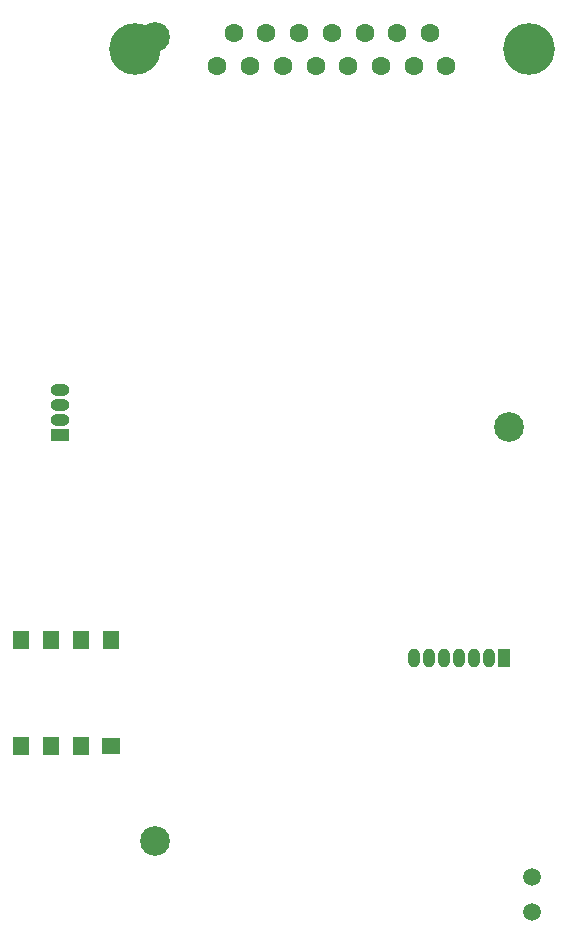
<source format=gbr>
*
%LPD*%
%LNSMB*%
%FSLAX24Y24*%
%MOIN*%
%AD*%
%ADD70O,0.041X0.063*%
%ADD71R,0.041X0.063*%
%ADD72C,0.059*%
%ADD73O,0.063X0.041*%
%ADD74R,0.063X0.041*%
%ADD75C,0.099*%
%ADD76C,0.172*%
%ADD77C,0.063*%
%ADD79R,0.052X0.06*%
%ADD80R,0.06X0.052*%
G54D70*
%SRX1Y1I0.0J0.0*%
G1X13480Y9780D3*
G1X13980Y9780D3*
G1X14480Y9780D3*
G1X14980Y9780D3*
G1X15480Y9780D3*
G1X15980Y9780D3*
G54D71*
G1X16480Y9780D3*
G54D72*
G1X17430Y1340D3*
G1X17430Y2480D3*
G54D73*
G1X1680Y18240D3*
G1X1680Y17740D3*
G1X1680Y18740D3*
G54D74*
G1X1680Y17240D3*
G54D75*
G1X4850Y3680D3*
G1X4850Y30480D3*
G1X16650Y17480D3*
G54D76*
G1X4190Y30080D3*
G1X17310Y30080D3*
G54D77*
G1X10750Y30640D3*
G1X9660Y30640D3*
G1X8570Y30640D3*
G1X7480Y30640D3*
G1X11840Y30640D3*
G1X12930Y30640D3*
G1X14020Y30640D3*
G1X14570Y29520D3*
G1X13480Y29520D3*
G1X12390Y29520D3*
G1X11290Y29520D3*
G1X10210Y29520D3*
G1X9110Y29520D3*
G1X8020Y29520D3*
G1X6930Y29520D3*
G54D79*
G1X1400Y6870D3*
G1X400Y6870D3*
G1X400Y10410D3*
G1X1400Y10410D3*
G1X2400Y10410D3*
G1X3400Y10410D3*
G1X2400Y6870D3*
G54D80*
G1X3400Y6870D3*
M2*

</source>
